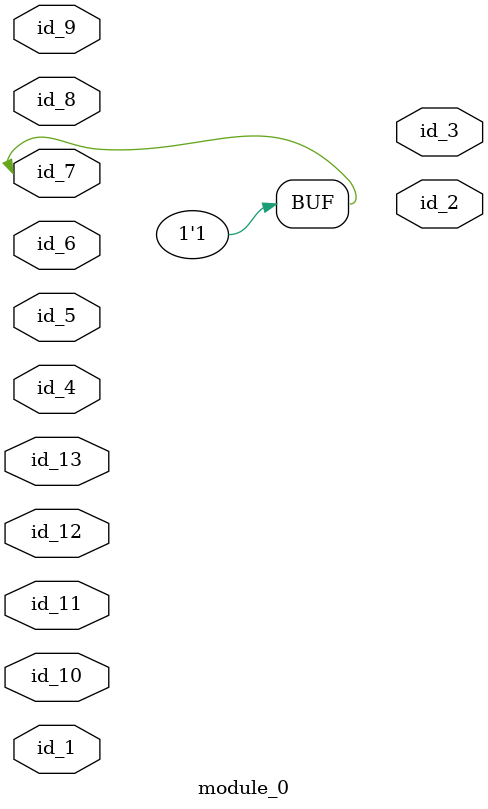
<source format=v>
module module_0 (
    id_1,
    id_2,
    id_3,
    id_4,
    id_5,
    id_6,
    id_7,
    id_8,
    id_9,
    id_10,
    id_11,
    id_12,
    id_13
);
  input id_13;
  input id_12;
  inout id_11;
  inout id_10;
  inout id_9;
  inout id_8;
  inout id_7;
  input id_6;
  inout id_5;
  inout id_4;
  output id_3;
  output id_2;
  input id_1;
  assign id_7 = 1;
endmodule

</source>
